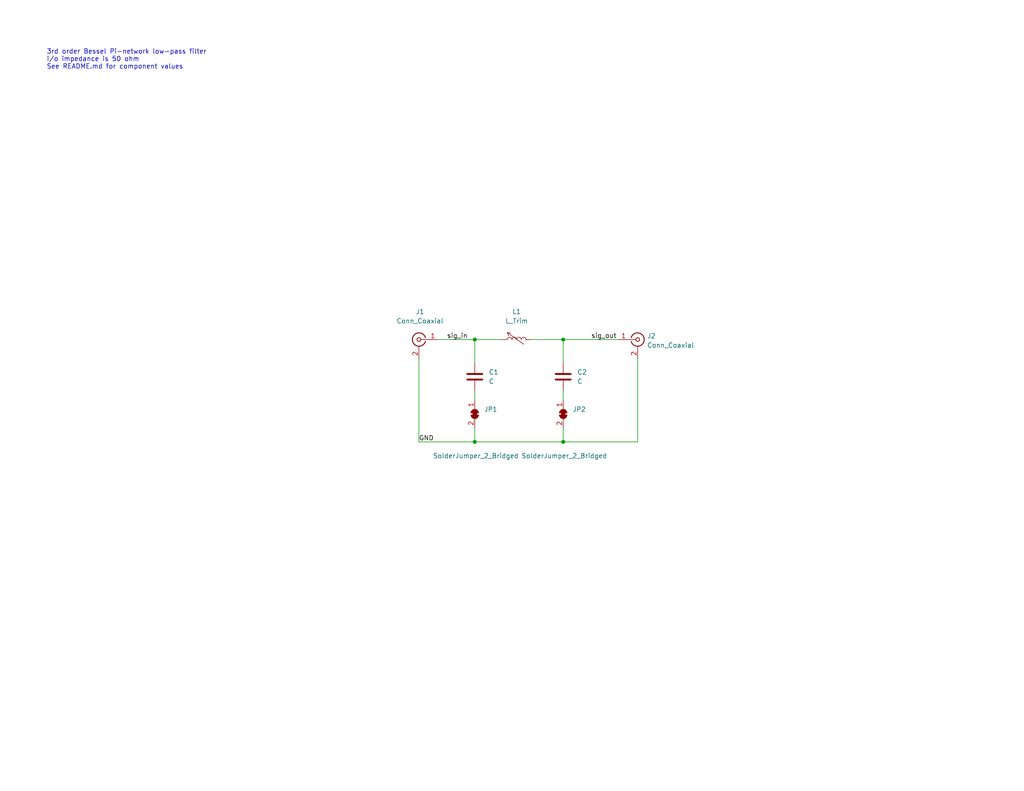
<source format=kicad_sch>
(kicad_sch (version 20211123) (generator eeschema)
  (paper "USLetter")
  (title_block (title "Bessel Filter") (date "2022-03-13") (rev "1.0") (company "HugonLabs"))
  (lib_symbols
    (symbol "Connector:Conn_Coaxial" (pin_names (offset 1.016) hide)
      (property "Reference" "J" (at 0.254 3.048 0))
      (property "Value" "Conn_Coaxial" (at 2.921 0 90))
      (symbol "Conn_Coaxial_0_1"
        (arc (start -1.778 -0.508) (mid 0.222 -1.808) (end 1.778 0) (stroke (width 0.254)))
        (polyline (pts (xy -2.54 0) (xy -0.508 0)))
        (polyline (pts (xy 0 -2.54) (xy 0 -1.778)))
        (circle (center 0 0) (radius 0.508) (stroke (width 0.2032)))
        (arc (start 1.778 0) (mid 0.222 1.8083) (end -1.778 0.508) (stroke (width 0.254)))
      )
      (symbol "Conn_Coaxial_1_1"
        (pin passive line (at -5.08 0 0) (length 2.54) (name "In") (number "1"))
        (pin passive line (at 0 -5.08 90) (length 2.54) (name "Ext") (number "2"))
      )
    )
    (symbol "Device:C" (pin_numbers hide) (pin_names (offset 0.254))
      (property "Reference" "C" (at 0.635 2.54 0))
      (property "Value" "C" (at 0.635 -2.54 0))
      (symbol "C_0_1"
        (polyline (pts (xy -2.032 -0.762) (xy 2.032 -0.762)) (stroke (width 0.508)))
        (polyline (pts (xy -2.032 0.762) (xy 2.032 0.762)) (stroke (width 0.508)))
      )
      (symbol "C_1_1"
        (pin passive line (at 0 3.81 270) (length 2.794) (name "~") (number "1"))
        (pin passive line (at 0 -3.81 90) (length 2.794) (name "~") (number "2"))
      )
    )
    (symbol "Device:L_Trim" (pin_numbers hide) (pin_names (offset 1.016) hide)
      (property "Reference" "L" (at -1.905 0 90))
      (property "Value" "L_Trim" (at 3.175 0 90))
      (symbol "L_Trim_0_1"
        (arc (start 0 -2.54) (mid 0.635 -1.905) (end 0 -1.27))
        (arc (start 0 -1.27) (mid 0.635 -0.635) (end 0 0))
        (polyline (pts (xy -1.27 -1.905) (xy 1.905 2.54)))
        (polyline (pts (xy 1.905 2.54) (xy 1.016 2.159)))
        (polyline (pts (xy 1.905 2.54) (xy 1.778 1.651)))
        (arc (start 0 0) (mid 0.635 0.635) (end 0 1.27))
        (arc (start 0 1.27) (mid 0.635 1.905) (end 0 2.54))
      )
      (symbol "L_Trim_1_1"
        (pin passive line (at 0 3.81 270) (length 1.27) (name "1") (number "1"))
        (pin passive line (at 0 -3.81 90) (length 1.27) (name "2") (number "2"))
      )
    )
    (symbol "Jumper:SolderJumper_2_Bridged" (pin_names (offset 0) hide)
      (property "Reference" "JP" (at 0 2.032 0))
      (property "Value" "SolderJumper_2_Bridged" (at 0 -2.54 0))
      (symbol "SolderJumper_2_Bridged_0_1"
        (rectangle (start -0.508 0.508) (end 0.508 -0.508) (fill (type outline)))
        (arc (start -0.254 1.016) (mid -1.27 0) (end -0.254 -1.016))
        (arc (start -0.254 1.016) (mid -1.27 0) (end -0.254 -1.016) (fill (type outline)))
        (polyline (pts (xy -0.254 1.016) (xy -0.254 -1.016)))
        (polyline (pts (xy 0.254 1.016) (xy 0.254 -1.016)))
        (arc (start 0.254 -1.016) (mid 1.27 0) (end 0.254 1.016))
        (arc (start 0.254 -1.016) (mid 1.27 0) (end 0.254 1.016) (fill (type outline)))
      )
      (symbol "SolderJumper_2_Bridged_1_1"
        (pin passive line (at -3.81 0 0) (length 2.54) (name "A") (number "1"))
        (pin passive line (at 3.81 0 180) (length 2.54) (name "B") (number "2"))
      )
    )
  )
  (junction (at 153.67 92.71))
  (junction (at 129.54 120.65))
  (junction (at 129.54 92.71))
  (junction (at 153.67 120.65))
  (wire (pts (xy 119.38 92.71) (xy 129.54 92.71)))
  (wire (pts (xy 114.3 120.65) (xy 129.54 120.65)))
  (wire (pts (xy 129.54 120.65) (xy 153.67 120.65)))
  (wire (pts (xy 129.54 109.22) (xy 129.54 106.68)))
  (wire (pts (xy 129.54 116.84) (xy 129.54 120.65)))
  (wire (pts (xy 153.67 116.84) (xy 153.67 120.65)))
  (wire (pts (xy 173.99 120.65) (xy 173.99 97.79)))
  (wire (pts (xy 153.67 92.71) (xy 168.91 92.71)))
  (wire (pts (xy 153.67 109.22) (xy 153.67 106.68)))
  (wire (pts (xy 153.67 120.65) (xy 173.99 120.65)))
  (wire (pts (xy 114.3 97.79) (xy 114.3 120.65)))
  (wire (pts (xy 129.54 92.71) (xy 129.54 99.06)))
  (wire (pts (xy 153.67 92.71) (xy 153.67 99.06)))
  (wire (pts (xy 144.78 92.71) (xy 153.67 92.71)))
  (wire (pts (xy 129.54 92.71) (xy 137.16 92.71)))
  (text "3rd order Bessel Pi-network low-pass filter\ni/o impedance is 50 ohm\nSee README.md for component values" (at 12.7 19.05 0) (effects (font (size 1.27 1.27)) (justify left bottom)))
  (label "sig_in" (at 121.92 92.71 0))
  (label "GND" (at 114.3 120.65 0))
  (label "sig_out" (at 161.29 92.71 0))
  (symbol (lib_id "Device:C") (at 153.67 102.87 0) (unit 1)
    (property "Reference" "C2" (at 157.48 101.5999 0) (effects (justify left)))
    (property "Value" "C" (at 157.48 104.1399 0) (effects (justify left)))
    (property "Footprint" "Capacitor_SMD:C_1206_3216Metric_Pad1.33x1.80mm_HandSolder" (effects hide))
  )
  (symbol (lib_id "Jumper:SolderJumper_2_Bridged") (at 153.67 113.03 270) (unit 1)
    (property "Reference" "JP2" (at 156.21 111.7599 90) (effects (justify left)))
    (property "Value" "SolderJumper_2_Bridged" (at 142.24 124.46 90) (effects (justify left)))
    (property "Footprint" "Jumper:SolderJumper-2_P1.3mm_Open_TrianglePad1.0x1.5mm" (effects hide))
  )
  (symbol (lib_id "Device:L_Trim") (at 140.97 92.71 90) (unit 1)
    (property "Reference" "L1" (at 140.97 85.09 90))
    (property "Value" "L_Trim" (at 140.97 87.63 90))
    (property "Footprint" "HugonLib:Coil_Craft_Unicoil_10mm" (effects hide))
  )
  (symbol (lib_id "Connector:Conn_Coaxial") (at 114.3 92.71 0) (mirror y) (unit 1)
    (property "Reference" "J1" (at 114.6174 85.09 0))
    (property "Value" "Conn_Coaxial" (at 114.6174 87.63 0))
    (property "Footprint" "Connector_Coaxial:SMA_Amphenol_132289_EdgeMount" (effects hide))
    (property "Datasheet" " ~" (effects hide))
  )
  (symbol (lib_id "Jumper:SolderJumper_2_Bridged") (at 129.54 113.03 270) (unit 1)
    (property "Reference" "JP1" (at 132.08 111.7599 90) (effects (justify left)))
    (property "Value" "SolderJumper_2_Bridged" (at 118.11 124.46 90) (effects (justify left)))
    (property "Footprint" "Jumper:SolderJumper-2_P1.3mm_Open_TrianglePad1.0x1.5mm" (effects hide))
  )
  (symbol (lib_id "Device:C") (at 129.54 102.87 0) (unit 1)
    (property "Reference" "C1" (at 133.35 101.5999 0) (effects (justify left)))
    (property "Value" "C" (at 133.35 104.1399 0) (effects (justify left)))
    (property "Footprint" "Capacitor_SMD:C_1206_3216Metric_Pad1.33x1.80mm_HandSolder" (effects hide))
  )
  (symbol (lib_id "Connector:Conn_Coaxial") (at 173.99 92.71 0) (unit 1)
    (property "Reference" "J2" (at 176.53 91.7331 0) (effects (justify left)))
    (property "Value" "Conn_Coaxial" (at 176.53 94.2731 0) (effects (justify left)))
    (property "Footprint" "Connector_Coaxial:SMA_Amphenol_132289_EdgeMount" (effects hide))
    (property "Datasheet" " ~" (effects hide))
  )
)
</source>
